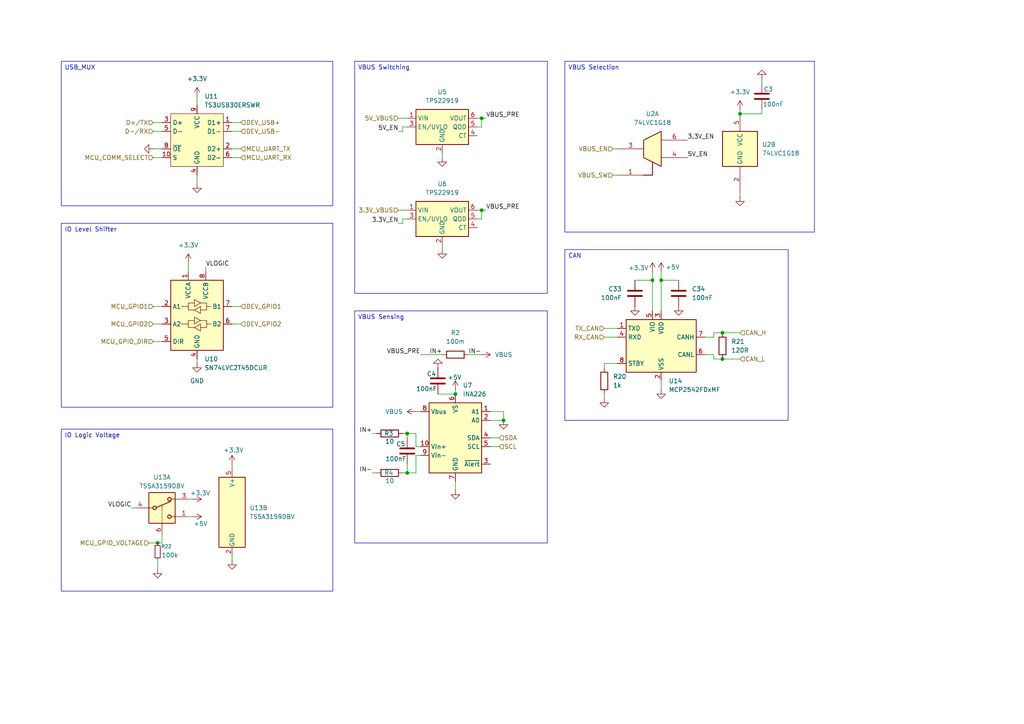
<source format=kicad_sch>
(kicad_sch (version 20250114) (generator "eeschema") (generator_version "9.0")
  (paper "A4")
  (lib_symbols
    (symbol "74xGxx:74LVC1G18"
      (property "Reference" "U" (at 6.35 7.62 0))
      (property "Value" "74LVC1G18" (at 7.62 -7.62 0))
      (symbol "74LVC1G18_1_1"
        (polyline (pts (xy -2.54 2.54) (xy -2.54 -2.54) (xy 2.54 -5.08) (xy 2.54 -1.27) (xy 2.54 0) (xy 2.54 1.27) (xy 2.54 5.08) (xy -2.54 2.54)) (stroke (width 0.254)) (fill (type background)))
        (polyline (pts (xy -2.54 -7.62) (xy 0 -7.62) (xy 0 -3.81)) (stroke (width 0.254)))
        (pin input line (at -10.16 0 0) (length 7.62) (name "~") (number "3"))
        (pin input line (at -10.16 -7.62 0) (length 7.62) (name "~") (number "1"))
        (pin tri_state line (at 10.16 2.54 180) (length 7.62) (name "~") (number "6"))
        (pin tri_state line (at 10.16 -2.54 180) (length 7.62) (name "~") (number "4"))
      )
      (symbol "74LVC1G18_2_1"
        (rectangle (start -5.08 5.08) (end 5.08 -5.08) (stroke (width 0.254)) (fill (type background)))
        (pin power_in line (at 0 10.16 270) (length 5.08) (name "VCC") (number "5"))
        (pin power_in line (at 0 -12.7 90) (length 7.62) (name "GND") (number "2"))
      )
    )
    (symbol "Analog_Switch:TS5A3159DBV" (pin_names (offset 0.127))
      (property "Reference" "U" (at -3.175 7.239 0))
      (property "Value" "TS5A3159DBV" (at -3.175 5.461 0))
      (symbol "TS5A3159DBV_1_1"
        (polyline (pts (xy -5.08 0) (xy -2.794 0)))
        (rectangle (start -3.81 4.445) (end 3.81 -4.445) (stroke (width 0.254)) (fill (type background)))
        (circle (center -2.159 0) (radius 0.508) (stroke (width 0.254)))
        (polyline (pts (xy -1.651 0.127) (xy 2.54 1.905)) (stroke (width 0.254)))
        (polyline (pts (xy 0 0.254) (xy 0 0.508)))
        (polyline (pts (xy 0 0.254) (xy 0 0.508)))
        (polyline (pts (xy 0 -0.254) (xy 0 0)))
        (polyline (pts (xy 0 -0.762) (xy 0 -0.508)))
        (polyline (pts (xy 0 -1.27) (xy 0 -1.016)))
        (polyline (pts (xy 0 -1.778) (xy 0 -1.524)))
        (polyline (pts (xy 0 -2.286) (xy 0 -2.032)))
        (polyline (pts (xy 0 -2.794) (xy 0 -2.54)))
        (polyline (pts (xy 0 -3.302) (xy 0 -3.048)))
        (polyline (pts (xy 0 -3.81) (xy 0 -3.556)))
        (polyline (pts (xy 0 -4.318) (xy 0 -4.064)))
        (polyline (pts (xy 0 -5.08) (xy 0 -4.572)))
        (circle (center 2.159 2.54) (radius 0.508) (stroke (width 0.254)))
        (circle (center 2.159 -2.54) (radius 0.508) (stroke (width 0.254)))
        (polyline (pts (xy 5.08 2.54) (xy 2.794 2.54)))
        (polyline (pts (xy 5.08 -2.54) (xy 2.794 -2.54)))
        (pin passive line (at -7.62 0 0) (length 2.54) (name "~") (number "4"))
        (pin input line (at 0 -7.62 90) (length 2.54) (name "~") (number "6"))
        (pin passive line (at 7.62 2.54 180) (length 2.54) (name "~") (number "3"))
        (pin passive line (at 7.62 -2.54 180) (length 2.54) (name "~") (number "1"))
      )
      (symbol "TS5A3159DBV_2_0"
        (pin power_in line (at 0 12.7 270) (length 2.54) (name "V+") (number "5"))
        (pin power_in line (at 0 -12.7 90) (length 2.54) (name "GND") (number "2"))
      )
      (symbol "TS5A3159DBV_2_1"
        (rectangle (start -3.81 10.16) (end 3.81 -10.16) (stroke (width 0.254)) (fill (type background)))
      )
    )
    (symbol "Device:C" (pin_numbers (hide yes)) (pin_names (offset 0.254))
      (property "Reference" "C" (at 0.635 2.54 0))
      (property "Value" "C" (at 0.635 -2.54 0))
      (symbol "C_0_1"
        (polyline (pts (xy -2.032 0.762) (xy 2.032 0.762)) (stroke (width 0.508)))
        (polyline (pts (xy -2.032 -0.762) (xy 2.032 -0.762)) (stroke (width 0.508)))
      )
      (symbol "C_1_1"
        (pin passive line (at 0 3.81 270) (length 2.794) (name "~") (number "1"))
        (pin passive line (at 0 -3.81 90) (length 2.794) (name "~") (number "2"))
      )
    )
    (symbol "Device:R" (pin_numbers (hide yes)) (pin_names (offset 0))
      (property "Reference" "R" (at 2.032 0 90))
      (property "Value" "R" (at 0 0 90))
      (symbol "R_0_1"
        (rectangle (start -1.016 -2.54) (end 1.016 2.54) (stroke (width 0.254)))
      )
      (symbol "R_1_1"
        (pin passive line (at 0 3.81 270) (length 1.27) (name "~") (number "1"))
        (pin passive line (at 0 -3.81 90) (length 1.27) (name "~") (number "2"))
      )
    )
    (symbol "Device:R_Small" (pin_numbers (hide yes)) (pin_names (offset 0.254) (hide yes))
      (property "Reference" "R" (at 0 0 90))
      (property "Value" "R_Small" (at 1.778 0 90))
      (symbol "R_Small_0_1"
        (rectangle (start -0.762 1.778) (end 0.762 -1.778) (stroke (width 0.2032)))
      )
      (symbol "R_Small_1_1"
        (pin passive line (at 0 2.54 270) (length 0.762) (name "~") (number "1"))
        (pin passive line (at 0 -2.54 90) (length 0.762) (name "~") (number "2"))
      )
    )
    (symbol "Interface_CAN_LIN:MCP2542FDxMF"
      (property "Reference" "U" (at -10.16 8.89 0))
      (property "Value" "MCP2542FDxMF" (at 2.54 8.89 0))
      (symbol "MCP2542FDxMF_0_1"
        (rectangle (start -10.16 7.62) (end 10.16 -7.62) (stroke (width 0.254)) (fill (type background)))
      )
      (symbol "MCP2542FDxMF_1_1"
        (pin input line (at -12.7 5.08 0) (length 2.54) (name "TXD") (number "1"))
        (pin output line (at -12.7 2.54 0) (length 2.54) (name "RXD") (number "4"))
        (pin input line (at -12.7 -5.08 0) (length 2.54) (name "STBY") (number "8"))
        (pin power_in line (at -2.54 10.16 270) (length 2.54) (name "VIO") (number "5"))
        (pin power_in line (at 0 10.16 270) (length 2.54) (name "VDD") (number "3"))
        (pin power_in line (at 0 -10.16 90) (length 2.54) (name "VSS") (number "2"))
        (pin passive line (at 0 -10.16 90) (length 2.54) (hide yes) (name "VSS") (number "9"))
        (pin bidirectional line (at 12.7 2.54 180) (length 2.54) (name "CANH") (number "7"))
        (pin bidirectional line (at 12.7 -2.54 180) (length 2.54) (name "CANL") (number "6"))
      )
    )
    (symbol "Interface_USB:TS3USB30ERSWR"
      (property "Reference" "U" (at -6.35 8.89 0))
      (property "Value" "TS3USB30ERSWR" (at 8.89 8.89 0))
      (symbol "TS3USB30ERSWR_1_1"
        (rectangle (start -7.62 7.62) (end 7.62 -7.62) (fill (type background)))
        (pin bidirectional line (at -10.16 5.08 0) (length 2.54) (name "D+") (number "3"))
        (pin bidirectional line (at -10.16 2.54 0) (length 2.54) (name "D-") (number "5"))
        (pin input line (at -10.16 -2.54 0) (length 2.54) (name "~{OE}") (number "8"))
        (pin input line (at -10.16 -5.08 0) (length 2.54) (name "S") (number "10"))
        (pin power_in line (at 0 10.16 270) (length 2.54) (name "VCC") (number "9"))
        (pin power_in line (at 0 -10.16 90) (length 2.54) (name "GND") (number "4"))
        (pin bidirectional line (at 10.16 5.08 180) (length 2.54) (name "D1+") (number "1"))
        (pin bidirectional line (at 10.16 2.54 180) (length 2.54) (name "D1-") (number "7"))
        (pin bidirectional line (at 10.16 -2.54 180) (length 2.54) (name "D2+") (number "2"))
        (pin bidirectional line (at 10.16 -5.08 180) (length 2.54) (name "D2-") (number "6"))
      )
    )
    (symbol "Logic_LevelTranslator:SN74LVC2T45DCUR"
      (property "Reference" "U" (at -6.35 11.43 0))
      (property "Value" "SN74LVC2T45DCUR" (at 3.81 11.43 0))
      (symbol "SN74LVC2T45DCUR_0_1"
        (rectangle (start -7.62 10.16) (end 7.62 -10.16) (stroke (width 0.254)) (fill (type background)))
        (polyline (pts (xy -2.54 2.54) (xy -2.54 3.556) (xy -0.762 3.556)))
        (polyline (pts (xy -0.762 2.54) (xy -0.762 4.572) (xy 1.016 3.556) (xy -0.762 2.54)))
        (polyline (pts (xy -0.762 1.524) (xy -2.54 1.524) (xy -2.54 2.54) (xy -4.572 2.54)))
        (polyline (pts (xy 1.016 3.556) (xy 2.794 3.556) (xy 2.794 2.54) (xy 4.064 2.54)))
        (polyline (pts (xy 1.016 2.54) (xy 1.016 0.762) (xy 1.016 0.508) (xy -0.762 1.524) (xy 1.016 2.54)))
        (polyline (pts (xy 2.794 2.54) (xy 2.794 1.524) (xy 1.016 1.524)))
      )
      (symbol "SN74LVC2T45DCUR_1_1"
        (polyline (pts (xy -2.54 -2.54) (xy -2.54 -1.524) (xy -0.762 -1.524)))
        (polyline (pts (xy -0.762 -2.54) (xy -0.762 -0.508) (xy 1.016 -1.524) (xy -0.762 -2.54)))
        (polyline (pts (xy -0.762 -3.556) (xy -2.54 -3.556) (xy -2.54 -2.54) (xy -4.572 -2.54)))
        (polyline (pts (xy 1.016 -1.524) (xy 2.794 -1.524) (xy 2.794 -2.54) (xy 4.064 -2.54)))
        (polyline (pts (xy 1.016 -2.54) (xy 1.016 -4.318) (xy 1.016 -4.572) (xy -0.762 -3.556) (xy 1.016 -2.54)))
        (polyline (pts (xy 2.794 -2.54) (xy 2.794 -3.556) (xy 1.016 -3.556)))
        (pin bidirectional line (at -10.16 2.54 0) (length 2.54) (name "A1") (number "2"))
        (pin bidirectional line (at -10.16 -2.54 0) (length 2.54) (name "A2") (number "3"))
        (pin input line (at -10.16 -7.62 0) (length 2.54) (name "DIR") (number "5"))
        (pin power_in line (at -2.54 12.7 270) (length 2.54) (name "VCCA") (number "1"))
        (pin power_in line (at 0 -12.7 90) (length 2.54) (name "GND") (number "4"))
        (pin power_in line (at 2.54 12.7 270) (length 2.54) (name "VCCB") (number "8"))
        (pin bidirectional line (at 10.16 2.54 180) (length 2.54) (name "B1") (number "7"))
        (pin bidirectional line (at 10.16 -2.54 180) (length 2.54) (name "B2") (number "6"))
      )
    )
    (symbol "Power_Management:TPS22810DBV"
      (property "Reference" "U2" (at 0 10.16 0))
      (property "Value" "TPS22810DBV" (at 0 7.62 0))
      (symbol "TPS22810DBV_1_1"
        (rectangle (start -7.62 5.08) (end 7.62 -5.08) (stroke (width 0.254)) (fill (type background)))
        (pin power_in line (at -10.16 2.54 0) (length 2.54) (name "VIN") (number "1"))
        (pin input line (at -10.16 0 0) (length 2.54) (name "EN/UVLO") (number "3"))
        (pin power_in line (at 0 -7.62 90) (length 2.54) (name "GND") (number "2"))
        (pin power_out line (at 10.16 2.54 180) (length 2.54) (name "VOUT") (number "6"))
        (pin open_collector line (at 10.16 0 180) (length 2.54) (name "QOD") (number "5"))
        (pin output line (at 10.16 -2.54 180) (length 2.54) (name "CT") (number "4"))
      )
    )
    (symbol "Sensor_Energy:INA226"
      (property "Reference" "U" (at -6.35 11.43 0))
      (property "Value" "INA226" (at 3.81 11.43 0))
      (symbol "INA226_0_1"
        (rectangle (start 7.62 10.16) (end -7.62 -10.16) (stroke (width 0.254)) (fill (type background)))
      )
      (symbol "INA226_1_1"
        (pin input line (at -10.16 7.62 0) (length 2.54) (name "Vbus") (number "8"))
        (pin input line (at -10.16 -2.54 0) (length 2.54) (name "Vin+") (number "10"))
        (pin input line (at -10.16 -5.08 0) (length 2.54) (name "Vin-") (number "9"))
        (pin power_in line (at 0 12.7 270) (length 2.54) (name "VS") (number "6"))
        (pin power_in line (at 0 -12.7 90) (length 2.54) (name "GND") (number "7"))
        (pin input line (at 10.16 7.62 180) (length 2.54) (name "A1") (number "1"))
        (pin input line (at 10.16 5.08 180) (length 2.54) (name "A0") (number "2"))
        (pin bidirectional line (at 10.16 0 180) (length 2.54) (name "SDA") (number "4"))
        (pin input line (at 10.16 -2.54 180) (length 2.54) (name "SCL") (number "5"))
        (pin open_collector line (at 10.16 -7.62 180) (length 2.54) (name "~{Alert}") (number "3"))
      )
    )
    (symbol "power:+3.3V" (power) (pin_numbers (hide yes)) (pin_names (offset 0) (hide yes))
      (property "Value" "+3.3V" (at 0 3.556 0))
      (symbol "+3.3V_0_1"
        (polyline (pts (xy -0.762 1.27) (xy 0 2.54)))
        (polyline (pts (xy 0 2.54) (xy 0.762 1.27)))
        (polyline (pts (xy 0 0) (xy 0 2.54)))
      )
      (symbol "+3.3V_1_1"
        (pin power_in line (at 0 0 90) (length 0) (name "~") (number "1"))
      )
    )
    (symbol "power:+5V" (power) (pin_numbers (hide yes)) (pin_names (offset 0) (hide yes))
      (property "Value" "+5V" (at 0 3.556 0))
      (symbol "+5V_0_1"
        (polyline (pts (xy -0.762 1.27) (xy 0 2.54)))
        (polyline (pts (xy 0 2.54) (xy 0.762 1.27)))
        (polyline (pts (xy 0 0) (xy 0 2.54)))
      )
      (symbol "+5V_1_1"
        (pin power_in line (at 0 0 90) (length 0) (name "~") (number "1"))
      )
    )
    (symbol "power:GND" (power) (pin_numbers (hide yes)) (pin_names (offset 0) (hide yes))
      (property "Value" "GND" (at 0 -3.81 0))
      (symbol "GND_0_1"
        (polyline (pts (xy 0 0) (xy 0 -1.27) (xy 1.27 -1.27) (xy 0 -2.54) (xy -1.27 -1.27) (xy 0 -1.27)))
      )
      (symbol "GND_1_1"
        (pin power_in line (at 0 0 270) (length 0) (name "~") (number "1"))
      )
    )
    (symbol "power:VBUS" (power) (pin_numbers (hide yes)) (pin_names (offset 0) (hide yes))
      (property "Value" "VBUS" (at 0 3.556 0))
      (symbol "VBUS_0_1"
        (polyline (pts (xy -0.762 1.27) (xy 0 2.54)))
        (polyline (pts (xy 0 2.54) (xy 0.762 1.27)))
        (polyline (pts (xy 0 0) (xy 0 2.54)))
      )
      (symbol "VBUS_1_1"
        (pin power_in line (at 0 0 90) (length 0) (name "~") (number "1"))
      )
    )
  )
  (text_box "USB_MUX" (at 17.78 17.78 0) (size 78.74 41.91) (margins 0.9525 0.9525 0.9525 0.9525) (effects (font (size 1.27 1.27)) (justify left top)))
  (text_box "IO Level Shifter\n" (at 17.78 64.77 0) (size 78.74 53.34) (margins 0.9525 0.9525 0.9525 0.9525) (effects (font (size 1.27 1.27)) (justify left top)))
  (text_box "VBUS Selection" (at 163.83 17.78 0) (size 72.39 49.53) (margins 0.9525 0.9525 0.9525 0.9525) (fill (type color)) (effects (font (size 1.27 1.27)) (justify left top)))
  (text_box "VBUS Sensing" (at 102.87 90.17 0) (size 55.88 67.31) (margins 0.9525 0.9525 0.9525 0.9525) (fill (type color)) (effects (font (size 1.27 1.27)) (justify left top)))
  (text_box "IO Logic Voltage" (at 17.78 124.46 0) (size 78.74 46.99) (margins 0.9525 0.9525 0.9525 0.9525) (effects (font (size 1.27 1.27)) (justify left top)))
  (text_box "VBUS Switching\n" (at 102.87 17.78 0) (size 55.88 67.31) (margins 0.9525 0.9525 0.9525 0.9525) (fill (type color)) (effects (font (size 1.27 1.27)) (justify left top)))
  (text_box "CAN" (at 163.83 72.39 0) (size 64.77 49.53) (margins 0.9525 0.9525 0.9525 0.9525) (effects (font (size 1.27 1.27)) (justify left top)))
  (junction (at 132.08 114.3))
  (junction (at 189.23 81.28))
  (junction (at 191.77 81.28))
  (junction (at 118.11 137.16))
  (junction (at 45.72 157.48))
  (junction (at 209.55 96.52))
  (junction (at 139.7 34.29))
  (junction (at 146.05 121.92))
  (junction (at 214.63 33.02))
  (junction (at 209.55 104.14))
  (junction (at 118.11 125.73))
  (junction (at 139.7 60.96))
  (wire (pts (xy 128.27 44.45) (xy 128.27 45.72)))
  (wire (pts (xy 135.89 102.87) (xy 139.7 102.87)))
  (wire (pts (xy 67.31 43.18) (xy 69.85 43.18)))
  (wire (pts (xy 44.45 43.18) (xy 46.99 43.18)))
  (wire (pts (xy 191.77 110.49) (xy 191.77 113.03)))
  (wire (pts (xy 175.26 95.25) (xy 179.07 95.25)))
  (wire (pts (xy 220.98 33.02) (xy 214.63 33.02)))
  (wire (pts (xy 67.31 93.98) (xy 69.85 93.98)))
  (wire (pts (xy 116.84 64.77) (xy 116.84 63.5)))
  (wire (pts (xy 120.65 129.54) (xy 121.92 129.54)))
  (wire (pts (xy 138.43 60.96) (xy 139.7 60.96)))
  (wire (pts (xy 45.72 157.48) (xy 46.99 157.48)))
  (wire (pts (xy 142.24 129.54) (xy 144.78 129.54)))
  (wire (pts (xy 116.84 125.73) (xy 118.11 125.73)))
  (wire (pts (xy 118.11 125.73) (xy 118.11 127)))
  (wire (pts (xy 142.24 119.38) (xy 146.05 119.38)))
  (wire (pts (xy 44.45 38.1) (xy 46.99 38.1)))
  (wire (pts (xy 44.45 99.06) (xy 46.99 99.06)))
  (wire (pts (xy 207.01 96.52) (xy 207.01 97.79)))
  (wire (pts (xy 57.15 50.8) (xy 57.15 53.34)))
  (wire (pts (xy 116.84 36.83) (xy 118.11 36.83)))
  (wire (pts (xy 184.15 81.28) (xy 189.23 81.28)))
  (wire (pts (xy 120.65 119.38) (xy 121.92 119.38)))
  (wire (pts (xy 139.7 63.5) (xy 139.7 60.96)))
  (wire (pts (xy 67.31 45.72) (xy 69.85 45.72)))
  (wire (pts (xy 191.77 78.74) (xy 191.77 81.28)))
  (wire (pts (xy 146.05 119.38) (xy 146.05 121.92)))
  (wire (pts (xy 138.43 36.83) (xy 139.7 36.83)))
  (wire (pts (xy 57.15 27.94) (xy 57.15 30.48)))
  (wire (pts (xy 45.72 162.56) (xy 45.72 165.1)))
  (wire (pts (xy 138.43 63.5) (xy 139.7 63.5)))
  (wire (pts (xy 121.92 102.87) (xy 128.27 102.87)))
  (wire (pts (xy 189.23 81.28) (xy 189.23 90.17)))
  (wire (pts (xy 115.57 60.96) (xy 118.11 60.96)))
  (wire (pts (xy 132.08 113.03) (xy 132.08 114.3)))
  (wire (pts (xy 220.98 31.75) (xy 220.98 33.02)))
  (wire (pts (xy 54.61 149.86) (xy 55.88 149.86)))
  (wire (pts (xy 209.55 96.52) (xy 214.63 96.52)))
  (wire (pts (xy 54.61 144.78) (xy 55.88 144.78)))
  (wire (pts (xy 57.15 104.14) (xy 57.15 105.41)))
  (wire (pts (xy 38.1 147.32) (xy 39.37 147.32)))
  (wire (pts (xy 139.7 34.29) (xy 140.97 34.29)))
  (wire (pts (xy 175.26 114.3) (xy 175.26 115.57)))
  (wire (pts (xy 177.8 43.18) (xy 179.07 43.18)))
  (wire (pts (xy 132.08 139.7) (xy 132.08 142.24)))
  (wire (pts (xy 120.65 137.16) (xy 120.65 132.08)))
  (wire (pts (xy 120.65 132.08) (xy 121.92 132.08)))
  (wire (pts (xy 107.95 125.73) (xy 109.22 125.73)))
  (wire (pts (xy 177.8 50.8) (xy 179.07 50.8)))
  (wire (pts (xy 207.01 104.14) (xy 209.55 104.14)))
  (wire (pts (xy 118.11 134.62) (xy 118.11 137.16)))
  (wire (pts (xy 175.26 97.79) (xy 179.07 97.79)))
  (wire (pts (xy 118.11 125.73) (xy 120.65 125.73)))
  (wire (pts (xy 120.65 125.73) (xy 120.65 129.54)))
  (wire (pts (xy 189.23 78.74) (xy 189.23 81.28)))
  (wire (pts (xy 115.57 64.77) (xy 116.84 64.77)))
  (wire (pts (xy 175.26 105.41) (xy 179.07 105.41)))
  (wire (pts (xy 44.45 35.56) (xy 46.99 35.56)))
  (wire (pts (xy 115.57 34.29) (xy 118.11 34.29)))
  (wire (pts (xy 44.45 45.72) (xy 46.99 45.72)))
  (wire (pts (xy 54.61 76.2) (xy 54.61 78.74)))
  (wire (pts (xy 43.18 157.48) (xy 45.72 157.48)))
  (wire (pts (xy 116.84 137.16) (xy 118.11 137.16)))
  (wire (pts (xy 139.7 60.96) (xy 140.97 60.96)))
  (wire (pts (xy 67.31 134.62) (xy 67.31 135.89)))
  (wire (pts (xy 138.43 34.29) (xy 139.7 34.29)))
  (wire (pts (xy 214.63 55.88) (xy 214.63 57.15)))
  (wire (pts (xy 128.27 71.12) (xy 128.27 72.39)))
  (wire (pts (xy 67.31 38.1) (xy 69.85 38.1)))
  (wire (pts (xy 207.01 97.79) (xy 204.47 97.79)))
  (wire (pts (xy 191.77 81.28) (xy 191.77 90.17)))
  (wire (pts (xy 107.95 137.16) (xy 109.22 137.16)))
  (wire (pts (xy 115.57 38.1) (xy 116.84 38.1)))
  (wire (pts (xy 139.7 36.83) (xy 139.7 34.29)))
  (wire (pts (xy 207.01 102.87) (xy 204.47 102.87)))
  (wire (pts (xy 191.77 81.28) (xy 196.85 81.28)))
  (wire (pts (xy 207.01 96.52) (xy 209.55 96.52)))
  (wire (pts (xy 67.31 35.56) (xy 69.85 35.56)))
  (wire (pts (xy 207.01 104.14) (xy 207.01 102.87)))
  (wire (pts (xy 44.45 93.98) (xy 46.99 93.98)))
  (wire (pts (xy 67.31 88.9) (xy 69.85 88.9)))
  (wire (pts (xy 209.55 104.14) (xy 214.63 104.14)))
  (wire (pts (xy 214.63 31.75) (xy 214.63 33.02)))
  (wire (pts (xy 127 114.3) (xy 132.08 114.3)))
  (wire (pts (xy 46.99 157.48) (xy 46.99 154.94)))
  (wire (pts (xy 175.26 106.68) (xy 175.26 105.41)))
  (wire (pts (xy 220.98 22.86) (xy 220.98 24.13)))
  (wire (pts (xy 44.45 88.9) (xy 46.99 88.9)))
  (wire (pts (xy 67.31 161.29) (xy 67.31 162.56)))
  (wire (pts (xy 118.11 137.16) (xy 120.65 137.16)))
  (wire (pts (xy 116.84 38.1) (xy 116.84 36.83)))
  (wire (pts (xy 142.24 127) (xy 144.78 127)))
  (wire (pts (xy 116.84 63.5) (xy 118.11 63.5)))
  (wire (pts (xy 59.69 77.47) (xy 59.69 78.74)))
  (wire (pts (xy 146.05 121.92) (xy 142.24 121.92)))
  (label "3.3V_EN" (at 115.57 64.77 180))
  (label "VBUS_PRE" (at 140.97 60.96 0))
  (label "IN-" (at 135.89 102.87 0))
  (label "5V_EN" (at 199.39 45.72 0))
  (label "VBUS_PRE" (at 140.97 34.29 0))
  (label "IN+" (at 107.95 125.73 180))
  (label "3.3V_EN" (at 199.39 40.64 0))
  (label "VLOGIC" (at 38.1 147.32 180))
  (label "IN+" (at 128.27 102.87 180))
  (label "VBUS_PRE" (at 121.92 102.87 180))
  (label "IN-" (at 107.95 137.16 180))
  (label "VLOGIC" (at 59.69 77.47 0))
  (label "5V_EN" (at 115.57 38.1 180))
  (hierarchical_label "DEV_GPIO2" (shape input) (at 69.85 93.98 0))
  (hierarchical_label "DEV_GPIO1" (shape input) (at 69.85 88.9 0))
  (hierarchical_label "MCU_COMM_SELECT" (shape input) (at 44.45 45.72 180))
  (hierarchical_label "MCU_UART_RX" (shape input) (at 69.85 45.72 0))
  (hierarchical_label "5V_VBUS" (shape input) (at 115.57 34.29 180))
  (hierarchical_label "3.3V_VBUS" (shape input) (at 115.57 60.96 180))
  (hierarchical_label "RX_CAN" (shape input) (at 175.26 97.79 180))
  (hierarchical_label "TX_CAN" (shape input) (at 175.26 95.25 180))
  (hierarchical_label "MCU_GPIO_DIR" (shape input) (at 44.45 99.06 180))
  (hierarchical_label "D+{slash}TX" (shape input) (at 44.45 35.56 180))
  (hierarchical_label "CAN_L" (shape input) (at 214.63 104.14 0))
  (hierarchical_label "CAN_H" (shape input) (at 214.63 96.52 0))
  (hierarchical_label "MCU_GPIO1" (shape input) (at 44.45 88.9 180))
  (hierarchical_label "D-{slash}RX" (shape input) (at 44.45 38.1 180))
  (hierarchical_label "SDA" (shape input) (at 144.78 127 0))
  (hierarchical_label "MCU_GPIO_VOLTAGE" (shape input) (at 43.18 157.48 180))
  (hierarchical_label "MCU_GPIO2" (shape input) (at 44.45 93.98 180))
  (hierarchical_label "VBUS_EN" (shape input) (at 177.8 43.18 180))
  (hierarchical_label "DEV_USB-" (shape input) (at 69.85 38.1 0))
  (hierarchical_label "MCU_UART_TX" (shape input) (at 69.85 43.18 0))
  (hierarchical_label "VBUS_SW" (shape input) (at 177.8 50.8 180))
  (hierarchical_label "SCL" (shape input) (at 144.78 129.54 0))
  (hierarchical_label "DEV_USB+" (shape input) (at 69.85 35.56 0))
  (symbol (lib_id "Device:C") (at 118.11 130.81 0) (mirror y) (unit 1)
    (property "Reference" "C5" (at 117.602 128.778 0) (effects (justify left)))
    (property "Value" "100nF" (at 117.856 133.096 0) (effects (justify left)))
    (property "Description" "Unpolarized capacitor" (effects (hide yes)))
  )
  (symbol (lib_id "Interface_USB:TS3USB30ERSWR") (at 57.15 40.64 0) (unit 1)
    (property "Reference" "U11" (at 59.2933 27.94 0) (effects (justify left)))
    (property "Value" "TS3USB30ERSWR" (at 59.2933 30.48 0) (effects (justify left)))
    (property "Footprint" "Package_DFN_QFN:UQFN-10_1.4x1.8mm_P0.4mm" (effects (hide yes)))
    (property "Datasheet" "https://www.ti.com/lit/ds/symlink/ts3usb30e.pdf" (effects (hide yes)))
    (property "Description" "ESD-Protected, High-Speed USB 2.0 (480-Mbps) 1:2 Multiplexer/Demultiplexer Switch With Single Enable, UQFN-10" (effects (hide yes)))
  )
  (symbol (lib_id "74xGxx:74LVC1G18") (at 214.63 43.18 0) (unit 2)
    (property "Reference" "U2" (at 220.98 41.9099 0) (effects (justify left)))
    (property "Value" "74LVC1G18" (at 220.98 44.4499 0) (effects (justify left)))
    (property "Footprint" "Package_TO_SOT_SMD:SOT-363_SC-70-6" (effects (hide yes)))
    (property "Datasheet" "http://www.ti.com/lit/sg/scyt129e/scyt129e.pdf" (effects (hide yes)))
    (property "Description" "Single Demultiplexer, Low-Voltage CMOS" (effects (hide yes)))
  )
  (symbol (lib_id "Interface_CAN_LIN:MCP2542FDxMF") (at 191.77 100.33 0) (unit 1)
    (property "Reference" "U14" (at 193.9641 110.49 0) (effects (justify left)))
    (property "Value" "MCP2542FDxMF" (at 193.9641 113.03 0) (effects (justify left)))
    (property "Footprint" "Package_DFN_QFN:DFN-8-1EP_3x3mm_P0.65mm_EP1.55x2.4mm" (effects (hide yes)))
    (property "Datasheet" "http://ww1.microchip.com/downloads/en/DeviceDoc/MCP2542FD-4FD-MCP2542WFD-4WFD-Data-Sheet20005514B.pdf" (effects (hide yes)))
    (property "Description" "CAN-FD Transceiver, Wake-Up on CAN activity, 8Mbps, 5V supply, STBY pin, 3x3 DFN-8" (effects (hide yes)))
  )
  (symbol (lib_id "power:+3.3V") (at 54.61 76.2 0) (unit 1)
    (property "Reference" "#PWR072" (effects (hide yes)))
    (property "Value" "+3.3V" (at 54.61 71.12 0))
    (property "Description" "Power symbol creates a global label with name \"+3.3V\"" (effects (hide yes)))
  )
  (symbol (lib_id "Device:R_Small") (at 45.72 160.02 180) (unit 1)
    (property "Reference" "R22" (at 48.26 158.496 0) (effects (font (size 1.016 1.016))))
    (property "Value" "100k" (at 49.276 161.036 0))
    (property "Description" "Resistor, small symbol" (effects (hide yes)))
  )
  (symbol (lib_id "Analog_Switch:TS5A3159DBV") (at 46.99 147.32 0) (unit 1)
    (property "Reference" "U13" (at 46.99 138.43 0))
    (property "Value" "TS5A3159DBV" (at 46.99 140.97 0))
    (property "Footprint" "Package_TO_SOT_SMD:SOT-23-6" (effects (hide yes)))
    (property "Datasheet" "http://www.ti.com/lit/ds/symlink/ts5a3159.pdf" (effects (hide yes)))
    (property "Description" "Single SPDT Analog Switch, 1.65-V to 5.5-V Single-Supply Operation, 1Ohm Ron, SOT-23-6" (effects (hide yes)))
  )
  (symbol (lib_id "Device:R") (at 113.03 125.73 90) (unit 1)
    (property "Reference" "R3" (at 112.776 125.73 90))
    (property "Value" "10" (at 113.03 128.016 90))
    (property "Description" "Resistor" (effects (hide yes)))
  )
  (symbol (lib_id "power:GND") (at 220.98 22.86 180) (unit 1)
    (property "Reference" "#PWR08" (effects (hide yes)))
    (property "Value" "GND" (effects (hide yes)))
    (property "Description" "Power symbol creates a global label with name \"GND\" , ground" (effects (hide yes)))
  )
  (symbol (lib_id "power:+3.3V") (at 67.31 134.62 0) (unit 1)
    (property "Reference" "#PWR076" (effects (hide yes)))
    (property "Value" "+3.3V" (at 64.77 130.556 0) (effects (justify left)))
    (property "Description" "Power symbol creates a global label with name \"+3.3V\"" (effects (hide yes)))
  )
  (symbol (lib_id "power:VBUS") (at 139.7 102.87 270) (unit 1)
    (property "Reference" "#PWR013" (effects (hide yes)))
    (property "Value" "VBUS" (at 143.51 102.8699 90) (effects (justify left)))
    (property "Description" "Power symbol creates a global label with name \"VBUS\"" (effects (hide yes)))
  )
  (symbol (lib_id "Power_Management:TPS22810DBV") (at 128.27 36.83 0) (unit 1)
    (property "Reference" "U5" (at 128.27 26.67 0))
    (property "Value" "TPS22919" (at 128.27 29.21 0))
    (property "Footprint" "Package_TO_SOT_SMD:SOT-363_SC-70-6" (effects (hide yes)))
    (property "Datasheet" "http://www.ti.com/lit/ds/symlink/tps22810.pdf" (effects (hide yes)))
    (property "Description" "2.7..18V, 2A, 79mohms On-Resistance Load Switch With Thermal Protection, SOT-23-6" (effects (hide yes)))
  )
  (symbol (lib_id "power:GND") (at 175.26 115.57 0) (unit 1)
    (property "Reference" "#PWR077" (effects (hide yes)))
    (property "Value" "GND" (effects (hide yes)))
    (property "Description" "Power symbol creates a global label with name \"GND\" , ground" (effects (hide yes)))
  )
  (symbol (lib_id "Device:R") (at 132.08 102.87 90) (unit 1)
    (property "Reference" "R2" (at 132.08 96.52 90))
    (property "Value" "100m" (at 132.08 99.06 90))
    (property "Footprint" "PCM_Resistor_SMD_AKL:R_1206_3216Metric" (effects (hide yes)))
    (property "Description" "Resistor" (effects (hide yes)))
  )
  (symbol (lib_id "Device:C") (at 127 110.49 0) (mirror y) (unit 1)
    (property "Reference" "C4" (at 126.492 108.458 0) (effects (justify left)))
    (property "Value" "100nF" (at 126.746 112.776 0) (effects (justify left)))
    (property "Description" "Unpolarized capacitor" (effects (hide yes)))
  )
  (symbol (lib_id "power:GND") (at 214.63 57.15 0) (unit 1)
    (property "Reference" "#PWR07" (effects (hide yes)))
    (property "Value" "GND" (effects (hide yes)))
    (property "Description" "Power symbol creates a global label with name \"GND\" , ground" (effects (hide yes)))
  )
  (symbol (lib_id "power:+3.3V") (at 55.88 144.78 270) (unit 1)
    (property "Reference" "#PWR073" (effects (hide yes)))
    (property "Value" "+3.3V" (at 55.118 143.002 90) (effects (justify left)))
    (property "Description" "Power symbol creates a global label with name \"+3.3V\"" (effects (hide yes)))
  )
  (symbol (lib_id "power:GND") (at 57.15 105.41 0) (unit 1)
    (property "Reference" "#PWR071" (effects (hide yes)))
    (property "Value" "GND" (at 57.15 110.49 0))
    (property "Description" "Power symbol creates a global label with name \"GND\" , ground" (effects (hide yes)))
  )
  (symbol (lib_id "Device:R") (at 209.55 100.33 0) (unit 1)
    (property "Reference" "R21" (at 212.09 99.0599 0) (effects (justify left)))
    (property "Value" "120R" (at 212.09 101.5999 0) (effects (justify left)))
    (property "Footprint" "PCM_Resistor_SMD_AKL:R_0603_1608Metric" (effects (hide yes)))
    (property "Description" "Resistor" (effects (hide yes)))
  )
  (symbol (lib_id "power:GND") (at 57.15 53.34 0) (unit 1)
    (property "Reference" "#PWR047" (effects (hide yes)))
    (property "Value" "GND" (effects (hide yes)))
    (property "Description" "Power symbol creates a global label with name \"GND\" , ground" (effects (hide yes)))
  )
  (symbol (lib_id "Analog_Switch:TS5A3159DBV") (at 67.31 148.59 0) (unit 2)
    (property "Reference" "U13" (at 72.39 147.3199 0) (effects (justify left)))
    (property "Value" "TS5A3159DBV" (at 72.39 149.8599 0) (effects (justify left)))
    (property "Footprint" "Package_TO_SOT_SMD:SOT-23-6" (effects (hide yes)))
    (property "Datasheet" "http://www.ti.com/lit/ds/symlink/ts5a3159.pdf" (effects (hide yes)))
    (property "Description" "Single SPDT Analog Switch, 1.65-V to 5.5-V Single-Supply Operation, 1Ohm Ron, SOT-23-6" (effects (hide yes)))
  )
  (symbol (lib_id "Sensor_Energy:INA226") (at 132.08 127 0) (unit 1)
    (property "Reference" "U7" (at 134.2233 111.76 0) (effects (justify left)))
    (property "Value" "INA226" (at 134.2233 114.3 0) (effects (justify left)))
    (property "Footprint" "Package_SO:VSSOP-10_3x3mm_P0.5mm" (effects (hide yes)))
    (property "Datasheet" "http://www.ti.com/lit/ds/symlink/ina226.pdf" (effects (hide yes)))
    (property "Description" "High-Side or Low-Side Measurement, Bi-Directional Current and Power Monitor (0-36V) with I2C Compatible Interface, VSSOP-10" (effects (hide yes)))
  )
  (symbol (lib_id "Logic_LevelTranslator:SN74LVC2T45DCUR") (at 57.15 91.44 0) (unit 1)
    (property "Reference" "U10" (at 59.2933 104.14 0) (effects (justify left)))
    (property "Value" "SN74LVC2T45DCUR" (at 59.2933 106.68 0) (effects (justify left)))
    (property "Footprint" "Package_SO:VSSOP-8_2.3x2mm_P0.5mm" (effects (hide yes)))
    (property "Datasheet" "http://www.ti.com/lit/ds/symlink/sn74lvc2t45.pdf" (effects (hide yes)))
    (property "Description" "Dual-Bit Dual-Supply Bus Transceiver With Configurable Voltage Translation and 3-State Outputs, VSSOP-8" (effects (hide yes)))
  )
  (symbol (lib_id "Power_Management:TPS22810DBV") (at 128.27 63.5 0) (unit 1)
    (property "Reference" "U6" (at 128.27 53.34 0))
    (property "Value" "TPS22919" (at 128.27 55.88 0))
    (property "Footprint" "Package_TO_SOT_SMD:SOT-363_SC-70-6" (effects (hide yes)))
    (property "Datasheet" "http://www.ti.com/lit/ds/symlink/tps22810.pdf" (effects (hide yes)))
    (property "Description" "2.7..18V, 2A, 79mohms On-Resistance Load Switch With Thermal Protection, SOT-23-6" (effects (hide yes)))
  )
  (symbol (lib_id "74xGxx:74LVC1G18") (at 189.23 43.18 0) (unit 1)
    (property "Reference" "U2" (at 189.23 33.02 0))
    (property "Value" "74LVC1G18" (at 189.23 35.56 0))
    (property "Footprint" "Package_TO_SOT_SMD:SOT-363_SC-70-6" (effects (hide yes)))
    (property "Datasheet" "http://www.ti.com/lit/sg/scyt129e/scyt129e.pdf" (effects (hide yes)))
    (property "Description" "Single Demultiplexer, Low-Voltage CMOS" (effects (hide yes)))
  )
  (symbol (lib_id "power:GND") (at 196.85 88.9 0) (unit 1)
    (property "Reference" "#PWR082" (effects (hide yes)))
    (property "Value" "GND" (effects (hide yes)))
    (property "Description" "Power symbol creates a global label with name \"GND\" , ground" (effects (hide yes)))
  )
  (symbol (lib_id "Device:C") (at 184.15 85.09 0) (mirror y) (unit 1)
    (property "Reference" "C33" (at 180.34 83.8199 0) (effects (justify left)))
    (property "Value" "100nF" (at 180.34 86.3599 0) (effects (justify left)))
    (property "Footprint" "Capacitor_SMD:C_0603_1608Metric" (effects (hide yes)))
    (property "Description" "Unpolarized capacitor" (effects (hide yes)))
  )
  (symbol (lib_id "power:GND") (at 128.27 72.39 0) (unit 1)
    (property "Reference" "#PWR09" (effects (hide yes)))
    (property "Value" "GND" (effects (hide yes)))
    (property "Description" "Power symbol creates a global label with name \"GND\" , ground" (effects (hide yes)))
  )
  (symbol (lib_id "power:+5V") (at 132.08 113.03 0) (unit 1)
    (property "Reference" "#PWR012" (effects (hide yes)))
    (property "Value" "+5V" (at 129.794 109.474 0) (effects (justify left)))
    (property "Description" "Power symbol creates a global label with name \"+5V\"" (effects (hide yes)))
  )
  (symbol (lib_id "power:GND") (at 45.72 165.1 0) (unit 1)
    (property "Reference" "#PWR083" (effects (hide yes)))
    (property "Value" "GND" (effects (hide yes)))
    (property "Description" "Power symbol creates a global label with name \"GND\" , ground" (effects (hide yes)))
  )
  (symbol (lib_id "power:GND") (at 44.45 43.18 270) (unit 1)
    (property "Reference" "#PWR049" (effects (hide yes)))
    (property "Value" "GND" (effects (hide yes)))
    (property "Description" "Power symbol creates a global label with name \"GND\" , ground" (effects (hide yes)))
  )
  (symbol (lib_id "Device:C") (at 196.85 85.09 0) (unit 1)
    (property "Reference" "C34" (at 200.66 83.8199 0) (effects (justify left)))
    (property "Value" "100nF" (at 200.66 86.3599 0) (effects (justify left)))
    (property "Footprint" "Capacitor_SMD:C_0603_1608Metric" (effects (hide yes)))
    (property "Description" "Unpolarized capacitor" (effects (hide yes)))
  )
  (symbol (lib_id "power:GND") (at 128.27 45.72 0) (unit 1)
    (property "Reference" "#PWR010" (effects (hide yes)))
    (property "Value" "GND" (effects (hide yes)))
    (property "Description" "Power symbol creates a global label with name \"GND\" , ground" (effects (hide yes)))
  )
  (symbol (lib_id "power:+3.3V") (at 57.15 27.94 0) (unit 1)
    (property "Reference" "#PWR048" (effects (hide yes)))
    (property "Value" "+3.3V" (at 57.15 22.86 0))
    (property "Description" "Power symbol creates a global label with name \"+3.3V\"" (effects (hide yes)))
  )
  (symbol (lib_id "power:+3.3V") (at 189.23 78.74 0) (unit 1)
    (property "Reference" "#PWR079" (effects (hide yes)))
    (property "Value" "+3.3V" (at 185.166 77.724 0))
    (property "Description" "Power symbol creates a global label with name \"+3.3V\"" (effects (hide yes)))
  )
  (symbol (lib_id "power:GND") (at 132.08 142.24 0) (unit 1)
    (property "Reference" "#PWR011" (effects (hide yes)))
    (property "Value" "GND" (effects (hide yes)))
    (property "Description" "Power symbol creates a global label with name \"GND\" , ground" (effects (hide yes)))
  )
  (symbol (lib_id "power:GND") (at 127 106.68 180) (unit 1)
    (property "Reference" "#PWR016" (effects (hide yes)))
    (property "Value" "GND" (effects (hide yes)))
    (property "Description" "Power symbol creates a global label with name \"GND\" , ground" (effects (hide yes)))
  )
  (symbol (lib_id "power:GND") (at 191.77 113.03 0) (unit 1)
    (property "Reference" "#PWR081" (effects (hide yes)))
    (property "Value" "GND" (effects (hide yes)))
    (property "Description" "Power symbol creates a global label with name \"GND\" , ground" (effects (hide yes)))
  )
  (symbol (lib_id "power:GND") (at 184.15 88.9 0) (unit 1)
    (property "Reference" "#PWR078" (effects (hide yes)))
    (property "Value" "GND" (effects (hide yes)))
    (property "Description" "Power symbol creates a global label with name \"GND\" , ground" (effects (hide yes)))
  )
  (symbol (lib_id "Device:R") (at 113.03 137.16 90) (unit 1)
    (property "Reference" "R4" (at 112.776 137.16 90))
    (property "Value" "10" (at 113.03 139.446 90))
    (property "Description" "Resistor" (effects (hide yes)))
  )
  (symbol (lib_id "power:+5V") (at 191.77 78.74 0) (unit 1)
    (property "Reference" "#PWR080" (effects (hide yes)))
    (property "Value" "+5V" (at 195.072 77.47 0))
    (property "Description" "Power symbol creates a global label with name \"+5V\"" (effects (hide yes)))
  )
  (symbol (lib_id "power:GND") (at 146.05 121.92 0) (unit 1)
    (property "Reference" "#PWR014" (effects (hide yes)))
    (property "Value" "GND" (effects (hide yes)))
    (property "Description" "Power symbol creates a global label with name \"GND\" , ground" (effects (hide yes)))
  )
  (symbol (lib_id "power:+5V") (at 55.88 149.86 270) (unit 1)
    (property "Reference" "#PWR074" (effects (hide yes)))
    (property "Value" "+5V" (at 56.134 151.892 90) (effects (justify left)))
    (property "Description" "Power symbol creates a global label with name \"+5V\"" (effects (hide yes)))
  )
  (symbol (lib_id "Device:C") (at 220.98 27.94 0) (unit 1)
    (property "Reference" "C3" (at 221.488 25.908 0) (effects (justify left)))
    (property "Value" "100nF" (at 221.234 30.226 0) (effects (justify left)))
    (property "Description" "Unpolarized capacitor" (effects (hide yes)))
  )
  (symbol (lib_id "power:GND") (at 67.31 162.56 0) (unit 1)
    (property "Reference" "#PWR075" (effects (hide yes)))
    (property "Value" "GND" (effects (hide yes)))
    (property "Description" "Power symbol creates a global label with name \"GND\" , ground" (effects (hide yes)))
  )
  (symbol (lib_id "power:VBUS") (at 120.65 119.38 90) (mirror x) (unit 1)
    (property "Reference" "#PWR015" (effects (hide yes)))
    (property "Value" "VBUS" (at 116.84 119.3799 90) (effects (justify left)))
    (property "Description" "Power symbol creates a global label with name \"VBUS\"" (effects (hide yes)))
  )
  (symbol (lib_id "power:+3.3V") (at 214.63 31.75 0) (unit 1)
    (property "Reference" "#PWR06" (effects (hide yes)))
    (property "Value" "+3.3V" (at 214.63 26.67 0))
    (property "Description" "Power symbol creates a global label with name \"+3.3V\"" (effects (hide yes)))
  )
  (symbol (lib_id "Device:R") (at 175.26 110.49 0) (unit 1)
    (property "Reference" "R20" (at 177.8 109.2199 0) (effects (justify left)))
    (property "Value" "1k" (at 177.8 111.7599 0) (effects (justify left)))
    (property "Footprint" "PCM_Resistor_SMD_AKL:R_0603_1608Metric" (effects (hide yes)))
    (property "Description" "Resistor" (effects (hide yes)))
  )
)
</source>
